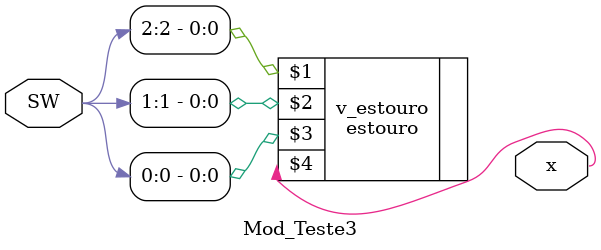
<source format=v>
module Mod_Teste3
(
	input [2:0]SW,
	output x
);

	estouro v_estouro(SW[2], SW[1], SW[0], x);
	
endmodule 
</source>
